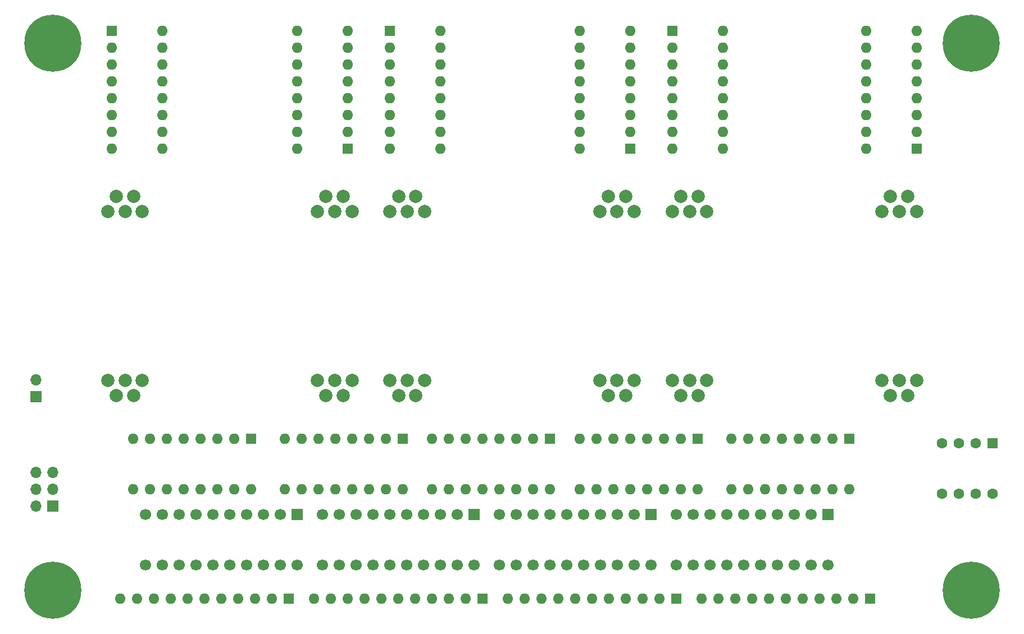
<source format=gbr>
%TF.GenerationSoftware,KiCad,Pcbnew,(5.1.8)-1*%
%TF.CreationDate,2021-01-13T10:35:39-05:00*%
%TF.ProjectId,LED_Panel,4c45445f-5061-46e6-956c-2e6b69636164,rev?*%
%TF.SameCoordinates,Original*%
%TF.FileFunction,Soldermask,Bot*%
%TF.FilePolarity,Negative*%
%FSLAX46Y46*%
G04 Gerber Fmt 4.6, Leading zero omitted, Abs format (unit mm)*
G04 Created by KiCad (PCBNEW (5.1.8)-1) date 2021-01-13 10:35:39*
%MOMM*%
%LPD*%
G01*
G04 APERTURE LIST*
%ADD10O,1.600000X1.600000*%
%ADD11R,1.600000X1.600000*%
%ADD12C,8.600000*%
%ADD13C,0.900000*%
%ADD14C,1.700000*%
%ADD15R,1.700000X1.700000*%
%ADD16C,2.000000*%
%ADD17O,1.700000X1.700000*%
%ADD18C,1.600000*%
G04 APERTURE END LIST*
D10*
%TO.C,U8*%
X176530000Y-34925000D03*
X184150000Y-17145000D03*
X176530000Y-32385000D03*
X184150000Y-19685000D03*
X176530000Y-29845000D03*
X184150000Y-22225000D03*
X176530000Y-27305000D03*
X184150000Y-24765000D03*
X176530000Y-24765000D03*
X184150000Y-27305000D03*
X176530000Y-22225000D03*
X184150000Y-29845000D03*
X176530000Y-19685000D03*
X184150000Y-32385000D03*
X176530000Y-17145000D03*
D11*
X184150000Y-34925000D03*
%TD*%
D12*
%TO.C,REF\u002A\u002A*%
X278130000Y-101600000D03*
D13*
X281355000Y-101600000D03*
X280410419Y-103880419D03*
X278130000Y-104825000D03*
X275849581Y-103880419D03*
X274905000Y-101600000D03*
X275849581Y-99319581D03*
X278130000Y-98375000D03*
X280410419Y-99319581D03*
%TD*%
D12*
%TO.C,REF\u002A\u002A*%
X139700000Y-101600000D03*
D13*
X142925000Y-101600000D03*
X141980419Y-103880419D03*
X139700000Y-104825000D03*
X137419581Y-103880419D03*
X136475000Y-101600000D03*
X137419581Y-99319581D03*
X139700000Y-98375000D03*
X141980419Y-99319581D03*
%TD*%
D12*
%TO.C,REF\u002A\u002A*%
X278130000Y-19050000D03*
D13*
X281355000Y-19050000D03*
X280410419Y-21330419D03*
X278130000Y-22275000D03*
X275849581Y-21330419D03*
X274905000Y-19050000D03*
X275849581Y-16769581D03*
X278130000Y-15825000D03*
X280410419Y-16769581D03*
%TD*%
D12*
%TO.C,REF\u002A\u002A*%
X139700000Y-19050000D03*
D13*
X142925000Y-19050000D03*
X141980419Y-21330419D03*
X139700000Y-22275000D03*
X137419581Y-21330419D03*
X136475000Y-19050000D03*
X137419581Y-16769581D03*
X139700000Y-15825000D03*
X141980419Y-16769581D03*
%TD*%
D14*
%TO.C,D1*%
X256540000Y-97790000D03*
X254000000Y-97790000D03*
X251460000Y-97790000D03*
X248920000Y-97790000D03*
X246380000Y-97790000D03*
X243840000Y-97790000D03*
X241300000Y-97790000D03*
X238760000Y-97790000D03*
X236220000Y-97790000D03*
X233680000Y-97790000D03*
X233680000Y-90170000D03*
X236220000Y-90170000D03*
X238760000Y-90170000D03*
X241300000Y-90170000D03*
X243840000Y-90170000D03*
X246380000Y-90170000D03*
X248920000Y-90170000D03*
X251460000Y-90170000D03*
X254000000Y-90170000D03*
D15*
X256540000Y-90170000D03*
%TD*%
%TO.C,D3*%
X203200000Y-90170000D03*
D14*
X200660000Y-90170000D03*
X198120000Y-90170000D03*
X195580000Y-90170000D03*
X193040000Y-90170000D03*
X190500000Y-90170000D03*
X187960000Y-90170000D03*
X185420000Y-90170000D03*
X182880000Y-90170000D03*
X180340000Y-90170000D03*
X180340000Y-97790000D03*
X182880000Y-97790000D03*
X185420000Y-97790000D03*
X187960000Y-97790000D03*
X190500000Y-97790000D03*
X193040000Y-97790000D03*
X195580000Y-97790000D03*
X198120000Y-97790000D03*
X200660000Y-97790000D03*
X203200000Y-97790000D03*
%TD*%
D16*
%TO.C,D6*%
X227315000Y-44400000D03*
X226015000Y-42100000D03*
X224715000Y-44400000D03*
X223415000Y-42100000D03*
X222115000Y-44400000D03*
X227315000Y-69900000D03*
X226015000Y-72200000D03*
X224715000Y-69900000D03*
X223415000Y-72200000D03*
X222115000Y-69900000D03*
X195715000Y-69900000D03*
X194415000Y-72200000D03*
X193115000Y-69900000D03*
X191815000Y-72200000D03*
X190515000Y-69900000D03*
X190515000Y-44400000D03*
X191815000Y-42100000D03*
X193115000Y-44400000D03*
X194415000Y-42100000D03*
X195715000Y-44400000D03*
%TD*%
D15*
%TO.C,J1*%
X139700000Y-88900000D03*
D17*
X137160000Y-88900000D03*
X139700000Y-86360000D03*
X137160000Y-86360000D03*
X139700000Y-83820000D03*
X137160000Y-83820000D03*
%TD*%
D15*
%TO.C,J2*%
X137160000Y-72390000D03*
D17*
X137160000Y-69850000D03*
%TD*%
D11*
%TO.C,RN1*%
X262890000Y-102870000D03*
D10*
X260350000Y-102870000D03*
X257810000Y-102870000D03*
X255270000Y-102870000D03*
X252730000Y-102870000D03*
X250190000Y-102870000D03*
X247650000Y-102870000D03*
X245110000Y-102870000D03*
X242570000Y-102870000D03*
X240030000Y-102870000D03*
X237490000Y-102870000D03*
%TD*%
%TO.C,RN4*%
X149860000Y-102870000D03*
X152400000Y-102870000D03*
X154940000Y-102870000D03*
X157480000Y-102870000D03*
X160020000Y-102870000D03*
X162560000Y-102870000D03*
X165100000Y-102870000D03*
X167640000Y-102870000D03*
X170180000Y-102870000D03*
X172720000Y-102870000D03*
D11*
X175260000Y-102870000D03*
%TD*%
%TO.C,U2*%
X259715000Y-78740000D03*
D10*
X241935000Y-86360000D03*
X257175000Y-78740000D03*
X244475000Y-86360000D03*
X254635000Y-78740000D03*
X247015000Y-86360000D03*
X252095000Y-78740000D03*
X249555000Y-86360000D03*
X249555000Y-78740000D03*
X252095000Y-86360000D03*
X247015000Y-78740000D03*
X254635000Y-86360000D03*
X244475000Y-78740000D03*
X257175000Y-86360000D03*
X241935000Y-78740000D03*
X259715000Y-86360000D03*
%TD*%
D11*
%TO.C,U3*%
X236855000Y-78740000D03*
D10*
X219075000Y-86360000D03*
X234315000Y-78740000D03*
X221615000Y-86360000D03*
X231775000Y-78740000D03*
X224155000Y-86360000D03*
X229235000Y-78740000D03*
X226695000Y-86360000D03*
X226695000Y-78740000D03*
X229235000Y-86360000D03*
X224155000Y-78740000D03*
X231775000Y-86360000D03*
X221615000Y-78740000D03*
X234315000Y-86360000D03*
X219075000Y-78740000D03*
X236855000Y-86360000D03*
%TD*%
%TO.C,U5*%
X192405000Y-86360000D03*
X174625000Y-78740000D03*
X189865000Y-86360000D03*
X177165000Y-78740000D03*
X187325000Y-86360000D03*
X179705000Y-78740000D03*
X184785000Y-86360000D03*
X182245000Y-78740000D03*
X182245000Y-86360000D03*
X184785000Y-78740000D03*
X179705000Y-86360000D03*
X187325000Y-78740000D03*
X177165000Y-86360000D03*
X189865000Y-78740000D03*
X174625000Y-86360000D03*
D11*
X192405000Y-78740000D03*
%TD*%
%TO.C,U6*%
X169545000Y-78740000D03*
D10*
X151765000Y-86360000D03*
X167005000Y-78740000D03*
X154305000Y-86360000D03*
X164465000Y-78740000D03*
X156845000Y-86360000D03*
X161925000Y-78740000D03*
X159385000Y-86360000D03*
X159385000Y-78740000D03*
X161925000Y-86360000D03*
X156845000Y-78740000D03*
X164465000Y-86360000D03*
X154305000Y-78740000D03*
X167005000Y-86360000D03*
X151765000Y-78740000D03*
X169545000Y-86360000D03*
%TD*%
D11*
%TO.C,U7*%
X148590000Y-17145000D03*
D10*
X156210000Y-34925000D03*
X148590000Y-19685000D03*
X156210000Y-32385000D03*
X148590000Y-22225000D03*
X156210000Y-29845000D03*
X148590000Y-24765000D03*
X156210000Y-27305000D03*
X148590000Y-27305000D03*
X156210000Y-24765000D03*
X148590000Y-29845000D03*
X156210000Y-22225000D03*
X148590000Y-32385000D03*
X156210000Y-19685000D03*
X148590000Y-34925000D03*
X156210000Y-17145000D03*
%TD*%
D11*
%TO.C,U9*%
X190500000Y-17145000D03*
D10*
X198120000Y-34925000D03*
X190500000Y-19685000D03*
X198120000Y-32385000D03*
X190500000Y-22225000D03*
X198120000Y-29845000D03*
X190500000Y-24765000D03*
X198120000Y-27305000D03*
X190500000Y-27305000D03*
X198120000Y-24765000D03*
X190500000Y-29845000D03*
X198120000Y-22225000D03*
X190500000Y-32385000D03*
X198120000Y-19685000D03*
X190500000Y-34925000D03*
X198120000Y-17145000D03*
%TD*%
D11*
%TO.C,U10*%
X226695000Y-34925000D03*
D10*
X219075000Y-17145000D03*
X226695000Y-32385000D03*
X219075000Y-19685000D03*
X226695000Y-29845000D03*
X219075000Y-22225000D03*
X226695000Y-27305000D03*
X219075000Y-24765000D03*
X226695000Y-24765000D03*
X219075000Y-27305000D03*
X226695000Y-22225000D03*
X219075000Y-29845000D03*
X226695000Y-19685000D03*
X219075000Y-32385000D03*
X226695000Y-17145000D03*
X219075000Y-34925000D03*
%TD*%
%TO.C,U11*%
X240665000Y-17145000D03*
X233045000Y-34925000D03*
X240665000Y-19685000D03*
X233045000Y-32385000D03*
X240665000Y-22225000D03*
X233045000Y-29845000D03*
X240665000Y-24765000D03*
X233045000Y-27305000D03*
X240665000Y-27305000D03*
X233045000Y-24765000D03*
X240665000Y-29845000D03*
X233045000Y-22225000D03*
X240665000Y-32385000D03*
X233045000Y-19685000D03*
X240665000Y-34925000D03*
D11*
X233045000Y-17145000D03*
%TD*%
D10*
%TO.C,U12*%
X262255000Y-34925000D03*
X269875000Y-17145000D03*
X262255000Y-32385000D03*
X269875000Y-19685000D03*
X262255000Y-29845000D03*
X269875000Y-22225000D03*
X262255000Y-27305000D03*
X269875000Y-24765000D03*
X262255000Y-24765000D03*
X269875000Y-27305000D03*
X262255000Y-22225000D03*
X269875000Y-29845000D03*
X262255000Y-19685000D03*
X269875000Y-32385000D03*
X262255000Y-17145000D03*
D11*
X269875000Y-34925000D03*
%TD*%
D15*
%TO.C,D2*%
X229870000Y-90170000D03*
D14*
X227330000Y-90170000D03*
X224790000Y-90170000D03*
X222250000Y-90170000D03*
X219710000Y-90170000D03*
X217170000Y-90170000D03*
X214630000Y-90170000D03*
X212090000Y-90170000D03*
X209550000Y-90170000D03*
X207010000Y-90170000D03*
X207010000Y-97790000D03*
X209550000Y-97790000D03*
X212090000Y-97790000D03*
X214630000Y-97790000D03*
X217170000Y-97790000D03*
X219710000Y-97790000D03*
X222250000Y-97790000D03*
X224790000Y-97790000D03*
X227330000Y-97790000D03*
X229870000Y-97790000D03*
%TD*%
%TO.C,D4*%
X176530000Y-97790000D03*
X173990000Y-97790000D03*
X171450000Y-97790000D03*
X168910000Y-97790000D03*
X166370000Y-97790000D03*
X163830000Y-97790000D03*
X161290000Y-97790000D03*
X158750000Y-97790000D03*
X156210000Y-97790000D03*
X153670000Y-97790000D03*
X153670000Y-90170000D03*
X156210000Y-90170000D03*
X158750000Y-90170000D03*
X161290000Y-90170000D03*
X163830000Y-90170000D03*
X166370000Y-90170000D03*
X168910000Y-90170000D03*
X171450000Y-90170000D03*
X173990000Y-90170000D03*
D15*
X176530000Y-90170000D03*
%TD*%
D16*
%TO.C,D5*%
X184770000Y-44400000D03*
X183470000Y-42100000D03*
X182170000Y-44400000D03*
X180870000Y-42100000D03*
X179570000Y-44400000D03*
X184770000Y-69900000D03*
X183470000Y-72200000D03*
X182170000Y-69900000D03*
X180870000Y-72200000D03*
X179570000Y-69900000D03*
X153170000Y-69900000D03*
X151870000Y-72200000D03*
X150570000Y-69900000D03*
X149270000Y-72200000D03*
X147970000Y-69900000D03*
X147970000Y-44400000D03*
X149270000Y-42100000D03*
X150570000Y-44400000D03*
X151870000Y-42100000D03*
X153170000Y-44400000D03*
%TD*%
%TO.C,D7*%
X238260000Y-44400000D03*
X236960000Y-42100000D03*
X235660000Y-44400000D03*
X234360000Y-42100000D03*
X233060000Y-44400000D03*
X233060000Y-69900000D03*
X234360000Y-72200000D03*
X235660000Y-69900000D03*
X236960000Y-72200000D03*
X238260000Y-69900000D03*
X264660000Y-69900000D03*
X265960000Y-72200000D03*
X267260000Y-69900000D03*
X268560000Y-72200000D03*
X269860000Y-69900000D03*
X264660000Y-44400000D03*
X265960000Y-42100000D03*
X267260000Y-44400000D03*
X268560000Y-42100000D03*
X269860000Y-44400000D03*
%TD*%
D11*
%TO.C,RN2*%
X233680000Y-102870000D03*
D10*
X231140000Y-102870000D03*
X228600000Y-102870000D03*
X226060000Y-102870000D03*
X223520000Y-102870000D03*
X220980000Y-102870000D03*
X218440000Y-102870000D03*
X215900000Y-102870000D03*
X213360000Y-102870000D03*
X210820000Y-102870000D03*
X208280000Y-102870000D03*
%TD*%
%TO.C,RN3*%
X179070000Y-102870000D03*
X181610000Y-102870000D03*
X184150000Y-102870000D03*
X186690000Y-102870000D03*
X189230000Y-102870000D03*
X191770000Y-102870000D03*
X194310000Y-102870000D03*
X196850000Y-102870000D03*
X199390000Y-102870000D03*
X201930000Y-102870000D03*
D11*
X204470000Y-102870000D03*
%TD*%
%TO.C,U1*%
X281305000Y-79375000D03*
D18*
X278765000Y-79375000D03*
X276225000Y-79375000D03*
X273685000Y-79375000D03*
X273685000Y-86995000D03*
X276225000Y-86995000D03*
X278765000Y-86995000D03*
X281305000Y-86995000D03*
%TD*%
D11*
%TO.C,U4*%
X214630000Y-78740000D03*
D10*
X196850000Y-86360000D03*
X212090000Y-78740000D03*
X199390000Y-86360000D03*
X209550000Y-78740000D03*
X201930000Y-86360000D03*
X207010000Y-78740000D03*
X204470000Y-86360000D03*
X204470000Y-78740000D03*
X207010000Y-86360000D03*
X201930000Y-78740000D03*
X209550000Y-86360000D03*
X199390000Y-78740000D03*
X212090000Y-86360000D03*
X196850000Y-78740000D03*
X214630000Y-86360000D03*
%TD*%
M02*

</source>
